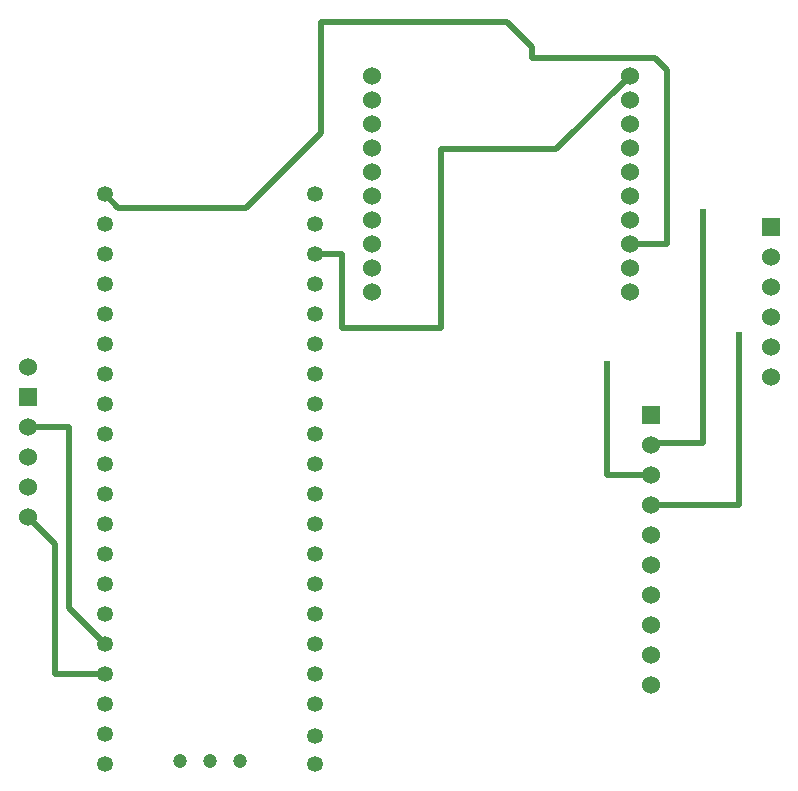
<source format=gbl>
G04 Layer: BottomLayer*
G04 EasyEDA v6.5.48, 2025-01-21 20:06:33*
G04 1a15377ceeac4a35b7f9d19b891e4bc2,48bb6e63cd8b433992a3f5e94ad137e8,10*
G04 Gerber Generator version 0.2*
G04 Scale: 100 percent, Rotated: No, Reflected: No *
G04 Dimensions in millimeters *
G04 leading zeros omitted , absolute positions ,4 integer and 5 decimal *
%FSLAX45Y45*%
%MOMM*%

%ADD10C,0.5000*%
%ADD11C,1.5240*%
%ADD12R,1.5240X1.5240*%
%ADD13C,1.3500*%
%ADD14C,1.2000*%
%ADD15C,0.6096*%

%LPD*%
D10*
X6553200Y5499074D02*
G01*
X6184900Y5499074D01*
X6184900Y6438051D01*
X6571033Y5764019D02*
G01*
X6997700Y5764019D01*
X6997700Y7721600D01*
X3708400Y7366000D02*
G01*
X3937000Y7366000D01*
X3937000Y6743700D01*
X4775200Y6743700D01*
X4775200Y8255000D01*
X5753100Y8255000D01*
X6375400Y8877300D01*
X1282700Y5905500D02*
G01*
X1625600Y5905500D01*
X1625600Y4368774D01*
X1930400Y4063974D01*
X1930425Y3809974D02*
G01*
X1511300Y3809974D01*
X1511300Y4914900D01*
X1282700Y5143500D01*
X6375400Y7454900D02*
G01*
X6692900Y7454900D01*
X6692900Y8928100D01*
X6591300Y9029700D01*
X5549900Y9029700D01*
X5549900Y9118600D01*
X5334000Y9334500D01*
X3759200Y9334500D01*
X3759200Y8394700D01*
X3124200Y7759700D01*
X2044674Y7759700D01*
X1930400Y7873974D01*
X6553174Y5245100D02*
G01*
X7302500Y5245100D01*
X7302500Y6680200D01*
D11*
G01*
X1282700Y5143500D03*
G01*
X1282700Y5397500D03*
G01*
X1282700Y5651500D03*
G01*
X1282700Y5905500D03*
D12*
G01*
X1282700Y6159500D03*
D11*
G01*
X1282700Y6413500D03*
D12*
G01*
X7569200Y7594600D03*
D11*
G01*
X7569200Y7340600D03*
G01*
X7569200Y7086600D03*
G01*
X7569200Y6832600D03*
G01*
X7569200Y6578600D03*
G01*
X7569200Y6324600D03*
D12*
G01*
X6553200Y6007100D03*
D11*
G01*
X6553200Y5753100D03*
G01*
X6553200Y5499074D03*
G01*
X6553174Y5245100D03*
G01*
X6553200Y4991100D03*
G01*
X6553174Y4737100D03*
G01*
X6553174Y4483100D03*
G01*
X6553200Y4229125D03*
G01*
X6553174Y3975100D03*
G01*
X6553174Y3721125D03*
G01*
X6375400Y7658100D03*
G01*
X6375400Y7861300D03*
G01*
X6375400Y7454900D03*
G01*
X6375400Y7251700D03*
G01*
X6375400Y8064500D03*
G01*
X6375400Y8267700D03*
G01*
X6375400Y8470900D03*
G01*
X6375400Y8674100D03*
G01*
X6375400Y8877300D03*
G01*
X6375400Y7048500D03*
G01*
X4191000Y7251700D03*
G01*
X4191000Y7454874D03*
G01*
X4191000Y7658100D03*
G01*
X4191000Y7861300D03*
G01*
X4191000Y8064500D03*
G01*
X4191000Y8267700D03*
G01*
X4191000Y8470900D03*
G01*
X4191000Y8674100D03*
G01*
X4191000Y8877274D03*
G01*
X4191000Y7048500D03*
D13*
G01*
X1930400Y7873974D03*
G01*
X3708400Y7873974D03*
G01*
X1930425Y7619974D03*
G01*
X1930400Y7365974D03*
G01*
X1930425Y7112000D03*
G01*
X1930400Y6858000D03*
G01*
X1930425Y6604000D03*
G01*
X1930400Y6350000D03*
G01*
X1930400Y6096000D03*
G01*
X1930400Y5842000D03*
G01*
X1930400Y5587974D03*
G01*
X1930425Y5334000D03*
G01*
X1930400Y5080000D03*
G01*
X1930425Y4825974D03*
G01*
X1930400Y4571974D03*
G01*
X1930425Y4317974D03*
G01*
X1930400Y4063974D03*
G01*
X1930425Y3809974D03*
G01*
X1930425Y3555974D03*
G01*
X1930400Y3301974D03*
G01*
X1930425Y3047974D03*
G01*
X3708400Y7619974D03*
G01*
X3708400Y7366000D03*
G01*
X3708400Y7112000D03*
G01*
X3708425Y6858000D03*
G01*
X3708400Y6604000D03*
G01*
X3708425Y6350000D03*
G01*
X3708400Y6096000D03*
G01*
X3708425Y5842000D03*
G01*
X3708400Y5588000D03*
G01*
X3708400Y5333974D03*
G01*
X3708425Y5079974D03*
G01*
X3708400Y4825974D03*
G01*
X3708425Y4571974D03*
G01*
X3708400Y4317974D03*
G01*
X3708425Y4063974D03*
G01*
X3708400Y3809974D03*
G01*
X3708425Y3555974D03*
G01*
X3708400Y3289274D03*
G01*
X3708400Y3047974D03*
D14*
G01*
X2819425Y3073374D03*
G01*
X3073425Y3073400D03*
G01*
X2565425Y3073400D03*
D15*
G01*
X6997700Y7721600D03*
G01*
X7302500Y6680200D03*
G01*
X6184900Y6438061D03*
M02*

</source>
